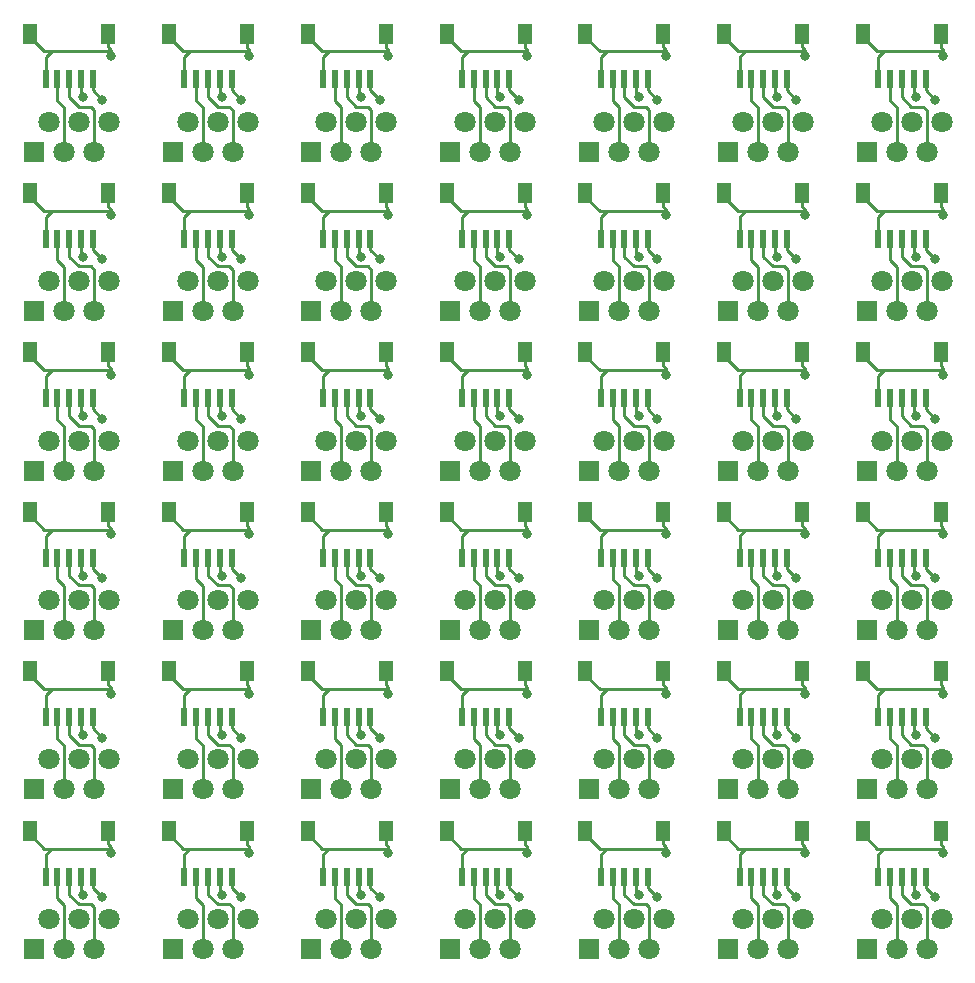
<source format=gbr>
G04 #@! TF.GenerationSoftware,KiCad,Pcbnew,5.1.0-060a0da~80~ubuntu18.04.1*
G04 #@! TF.CreationDate,2019-05-11T20:46:11+02:00*
G04 #@! TF.ProjectId,spi_connector_board,7370695f-636f-46e6-9e65-63746f725f62,rev?*
G04 #@! TF.SameCoordinates,Original*
G04 #@! TF.FileFunction,Copper,L1,Top*
G04 #@! TF.FilePolarity,Positive*
%FSLAX46Y46*%
G04 Gerber Fmt 4.6, Leading zero omitted, Abs format (unit mm)*
G04 Created by KiCad (PCBNEW 5.1.0-060a0da~80~ubuntu18.04.1) date 2019-05-11 20:46:11*
%MOMM*%
%LPD*%
G04 APERTURE LIST*
%ADD10C,1.800000*%
%ADD11R,1.800000X1.800000*%
%ADD12R,0.600000X1.550000*%
%ADD13R,1.200000X1.800000*%
%ADD14C,0.800000*%
%ADD15C,0.250000*%
G04 APERTURE END LIST*
D10*
X197850000Y-147960000D03*
X196580000Y-150500000D03*
D11*
X191500000Y-150500000D03*
D10*
X192770000Y-147960000D03*
X194040000Y-150500000D03*
X195310000Y-147960000D03*
X186100000Y-147960000D03*
X184830000Y-150500000D03*
D11*
X179750000Y-150500000D03*
D10*
X181020000Y-147960000D03*
X182290000Y-150500000D03*
X183560000Y-147960000D03*
X174350000Y-147960000D03*
X173080000Y-150500000D03*
D11*
X168000000Y-150500000D03*
D10*
X169270000Y-147960000D03*
X170540000Y-150500000D03*
X171810000Y-147960000D03*
X162600000Y-147960000D03*
X161330000Y-150500000D03*
D11*
X156250000Y-150500000D03*
D10*
X157520000Y-147960000D03*
X158790000Y-150500000D03*
X160060000Y-147960000D03*
X150850000Y-147960000D03*
X149580000Y-150500000D03*
D11*
X144500000Y-150500000D03*
D10*
X145770000Y-147960000D03*
X147040000Y-150500000D03*
X148310000Y-147960000D03*
X139100000Y-147960000D03*
X137830000Y-150500000D03*
D11*
X132750000Y-150500000D03*
D10*
X134020000Y-147960000D03*
X135290000Y-150500000D03*
X136560000Y-147960000D03*
X127350000Y-147960000D03*
X126080000Y-150500000D03*
D11*
X121000000Y-150500000D03*
D10*
X122270000Y-147960000D03*
X123540000Y-150500000D03*
X124810000Y-147960000D03*
X197850000Y-134460000D03*
X196580000Y-137000000D03*
D11*
X191500000Y-137000000D03*
D10*
X192770000Y-134460000D03*
X194040000Y-137000000D03*
X195310000Y-134460000D03*
X186100000Y-134460000D03*
X184830000Y-137000000D03*
D11*
X179750000Y-137000000D03*
D10*
X181020000Y-134460000D03*
X182290000Y-137000000D03*
X183560000Y-134460000D03*
X174350000Y-134460000D03*
X173080000Y-137000000D03*
D11*
X168000000Y-137000000D03*
D10*
X169270000Y-134460000D03*
X170540000Y-137000000D03*
X171810000Y-134460000D03*
X162600000Y-134460000D03*
X161330000Y-137000000D03*
D11*
X156250000Y-137000000D03*
D10*
X157520000Y-134460000D03*
X158790000Y-137000000D03*
X160060000Y-134460000D03*
X150850000Y-134460000D03*
X149580000Y-137000000D03*
D11*
X144500000Y-137000000D03*
D10*
X145770000Y-134460000D03*
X147040000Y-137000000D03*
X148310000Y-134460000D03*
X139100000Y-134460000D03*
X137830000Y-137000000D03*
D11*
X132750000Y-137000000D03*
D10*
X134020000Y-134460000D03*
X135290000Y-137000000D03*
X136560000Y-134460000D03*
X127350000Y-134460000D03*
X126080000Y-137000000D03*
D11*
X121000000Y-137000000D03*
D10*
X122270000Y-134460000D03*
X123540000Y-137000000D03*
X124810000Y-134460000D03*
X197850000Y-120960000D03*
X196580000Y-123500000D03*
D11*
X191500000Y-123500000D03*
D10*
X192770000Y-120960000D03*
X194040000Y-123500000D03*
X195310000Y-120960000D03*
X186100000Y-120960000D03*
X184830000Y-123500000D03*
D11*
X179750000Y-123500000D03*
D10*
X181020000Y-120960000D03*
X182290000Y-123500000D03*
X183560000Y-120960000D03*
X174350000Y-120960000D03*
X173080000Y-123500000D03*
D11*
X168000000Y-123500000D03*
D10*
X169270000Y-120960000D03*
X170540000Y-123500000D03*
X171810000Y-120960000D03*
X162600000Y-120960000D03*
X161330000Y-123500000D03*
D11*
X156250000Y-123500000D03*
D10*
X157520000Y-120960000D03*
X158790000Y-123500000D03*
X160060000Y-120960000D03*
X150850000Y-120960000D03*
X149580000Y-123500000D03*
D11*
X144500000Y-123500000D03*
D10*
X145770000Y-120960000D03*
X147040000Y-123500000D03*
X148310000Y-120960000D03*
X139100000Y-120960000D03*
X137830000Y-123500000D03*
D11*
X132750000Y-123500000D03*
D10*
X134020000Y-120960000D03*
X135290000Y-123500000D03*
X136560000Y-120960000D03*
X127350000Y-120960000D03*
X126080000Y-123500000D03*
D11*
X121000000Y-123500000D03*
D10*
X122270000Y-120960000D03*
X123540000Y-123500000D03*
X124810000Y-120960000D03*
X197850000Y-107460000D03*
X196580000Y-110000000D03*
D11*
X191500000Y-110000000D03*
D10*
X192770000Y-107460000D03*
X194040000Y-110000000D03*
X195310000Y-107460000D03*
X186100000Y-107460000D03*
X184830000Y-110000000D03*
D11*
X179750000Y-110000000D03*
D10*
X181020000Y-107460000D03*
X182290000Y-110000000D03*
X183560000Y-107460000D03*
X174350000Y-107460000D03*
X173080000Y-110000000D03*
D11*
X168000000Y-110000000D03*
D10*
X169270000Y-107460000D03*
X170540000Y-110000000D03*
X171810000Y-107460000D03*
X162600000Y-107460000D03*
X161330000Y-110000000D03*
D11*
X156250000Y-110000000D03*
D10*
X157520000Y-107460000D03*
X158790000Y-110000000D03*
X160060000Y-107460000D03*
X150850000Y-107460000D03*
X149580000Y-110000000D03*
D11*
X144500000Y-110000000D03*
D10*
X145770000Y-107460000D03*
X147040000Y-110000000D03*
X148310000Y-107460000D03*
X139100000Y-107460000D03*
X137830000Y-110000000D03*
D11*
X132750000Y-110000000D03*
D10*
X134020000Y-107460000D03*
X135290000Y-110000000D03*
X136560000Y-107460000D03*
X127350000Y-107460000D03*
X126080000Y-110000000D03*
D11*
X121000000Y-110000000D03*
D10*
X122270000Y-107460000D03*
X123540000Y-110000000D03*
X124810000Y-107460000D03*
X197850000Y-93960000D03*
X196580000Y-96500000D03*
D11*
X191500000Y-96500000D03*
D10*
X192770000Y-93960000D03*
X194040000Y-96500000D03*
X195310000Y-93960000D03*
X186100000Y-93960000D03*
X184830000Y-96500000D03*
D11*
X179750000Y-96500000D03*
D10*
X181020000Y-93960000D03*
X182290000Y-96500000D03*
X183560000Y-93960000D03*
X174350000Y-93960000D03*
X173080000Y-96500000D03*
D11*
X168000000Y-96500000D03*
D10*
X169270000Y-93960000D03*
X170540000Y-96500000D03*
X171810000Y-93960000D03*
X162600000Y-93960000D03*
X161330000Y-96500000D03*
D11*
X156250000Y-96500000D03*
D10*
X157520000Y-93960000D03*
X158790000Y-96500000D03*
X160060000Y-93960000D03*
X150850000Y-93960000D03*
X149580000Y-96500000D03*
D11*
X144500000Y-96500000D03*
D10*
X145770000Y-93960000D03*
X147040000Y-96500000D03*
X148310000Y-93960000D03*
X139100000Y-93960000D03*
X137830000Y-96500000D03*
D11*
X132750000Y-96500000D03*
D10*
X134020000Y-93960000D03*
X135290000Y-96500000D03*
X136560000Y-93960000D03*
X127350000Y-93960000D03*
X126080000Y-96500000D03*
D11*
X121000000Y-96500000D03*
D10*
X122270000Y-93960000D03*
X123540000Y-96500000D03*
X124810000Y-93960000D03*
X197850000Y-80460000D03*
X196580000Y-83000000D03*
D11*
X191500000Y-83000000D03*
D10*
X192770000Y-80460000D03*
X194040000Y-83000000D03*
X195310000Y-80460000D03*
X186100000Y-80460000D03*
X184830000Y-83000000D03*
D11*
X179750000Y-83000000D03*
D10*
X181020000Y-80460000D03*
X182290000Y-83000000D03*
X183560000Y-80460000D03*
X174350000Y-80460000D03*
X173080000Y-83000000D03*
D11*
X168000000Y-83000000D03*
D10*
X169270000Y-80460000D03*
X170540000Y-83000000D03*
X171810000Y-80460000D03*
X162600000Y-80460000D03*
X161330000Y-83000000D03*
D11*
X156250000Y-83000000D03*
D10*
X157520000Y-80460000D03*
X158790000Y-83000000D03*
X160060000Y-80460000D03*
X150850000Y-80460000D03*
X149580000Y-83000000D03*
D11*
X144500000Y-83000000D03*
D10*
X145770000Y-80460000D03*
X147040000Y-83000000D03*
X148310000Y-80460000D03*
X139100000Y-80460000D03*
X137830000Y-83000000D03*
D11*
X132750000Y-83000000D03*
D10*
X134020000Y-80460000D03*
X135290000Y-83000000D03*
X136560000Y-80460000D03*
D12*
X196500000Y-144375000D03*
D13*
X197800000Y-140500000D03*
X191200000Y-140500000D03*
D12*
X195500000Y-144375000D03*
X194500000Y-144375000D03*
X193500000Y-144375000D03*
X192500000Y-144375000D03*
X184750000Y-144375000D03*
D13*
X186050000Y-140500000D03*
X179450000Y-140500000D03*
D12*
X183750000Y-144375000D03*
X182750000Y-144375000D03*
X181750000Y-144375000D03*
X180750000Y-144375000D03*
X173000000Y-144375000D03*
D13*
X174300000Y-140500000D03*
X167700000Y-140500000D03*
D12*
X172000000Y-144375000D03*
X171000000Y-144375000D03*
X170000000Y-144375000D03*
X169000000Y-144375000D03*
X161250000Y-144375000D03*
D13*
X162550000Y-140500000D03*
X155950000Y-140500000D03*
D12*
X160250000Y-144375000D03*
X159250000Y-144375000D03*
X158250000Y-144375000D03*
X157250000Y-144375000D03*
X149500000Y-144375000D03*
D13*
X150800000Y-140500000D03*
X144200000Y-140500000D03*
D12*
X148500000Y-144375000D03*
X147500000Y-144375000D03*
X146500000Y-144375000D03*
X145500000Y-144375000D03*
X137750000Y-144375000D03*
D13*
X139050000Y-140500000D03*
X132450000Y-140500000D03*
D12*
X136750000Y-144375000D03*
X135750000Y-144375000D03*
X134750000Y-144375000D03*
X133750000Y-144375000D03*
X126000000Y-144375000D03*
D13*
X127300000Y-140500000D03*
X120700000Y-140500000D03*
D12*
X125000000Y-144375000D03*
X124000000Y-144375000D03*
X123000000Y-144375000D03*
X122000000Y-144375000D03*
X196500000Y-130875000D03*
D13*
X197800000Y-127000000D03*
X191200000Y-127000000D03*
D12*
X195500000Y-130875000D03*
X194500000Y-130875000D03*
X193500000Y-130875000D03*
X192500000Y-130875000D03*
X184750000Y-130875000D03*
D13*
X186050000Y-127000000D03*
X179450000Y-127000000D03*
D12*
X183750000Y-130875000D03*
X182750000Y-130875000D03*
X181750000Y-130875000D03*
X180750000Y-130875000D03*
X173000000Y-130875000D03*
D13*
X174300000Y-127000000D03*
X167700000Y-127000000D03*
D12*
X172000000Y-130875000D03*
X171000000Y-130875000D03*
X170000000Y-130875000D03*
X169000000Y-130875000D03*
X161250000Y-130875000D03*
D13*
X162550000Y-127000000D03*
X155950000Y-127000000D03*
D12*
X160250000Y-130875000D03*
X159250000Y-130875000D03*
X158250000Y-130875000D03*
X157250000Y-130875000D03*
X149500000Y-130875000D03*
D13*
X150800000Y-127000000D03*
X144200000Y-127000000D03*
D12*
X148500000Y-130875000D03*
X147500000Y-130875000D03*
X146500000Y-130875000D03*
X145500000Y-130875000D03*
X137750000Y-130875000D03*
D13*
X139050000Y-127000000D03*
X132450000Y-127000000D03*
D12*
X136750000Y-130875000D03*
X135750000Y-130875000D03*
X134750000Y-130875000D03*
X133750000Y-130875000D03*
X126000000Y-130875000D03*
D13*
X127300000Y-127000000D03*
X120700000Y-127000000D03*
D12*
X125000000Y-130875000D03*
X124000000Y-130875000D03*
X123000000Y-130875000D03*
X122000000Y-130875000D03*
X196500000Y-117375000D03*
D13*
X197800000Y-113500000D03*
X191200000Y-113500000D03*
D12*
X195500000Y-117375000D03*
X194500000Y-117375000D03*
X193500000Y-117375000D03*
X192500000Y-117375000D03*
X184750000Y-117375000D03*
D13*
X186050000Y-113500000D03*
X179450000Y-113500000D03*
D12*
X183750000Y-117375000D03*
X182750000Y-117375000D03*
X181750000Y-117375000D03*
X180750000Y-117375000D03*
X173000000Y-117375000D03*
D13*
X174300000Y-113500000D03*
X167700000Y-113500000D03*
D12*
X172000000Y-117375000D03*
X171000000Y-117375000D03*
X170000000Y-117375000D03*
X169000000Y-117375000D03*
X161250000Y-117375000D03*
D13*
X162550000Y-113500000D03*
X155950000Y-113500000D03*
D12*
X160250000Y-117375000D03*
X159250000Y-117375000D03*
X158250000Y-117375000D03*
X157250000Y-117375000D03*
X149500000Y-117375000D03*
D13*
X150800000Y-113500000D03*
X144200000Y-113500000D03*
D12*
X148500000Y-117375000D03*
X147500000Y-117375000D03*
X146500000Y-117375000D03*
X145500000Y-117375000D03*
X137750000Y-117375000D03*
D13*
X139050000Y-113500000D03*
X132450000Y-113500000D03*
D12*
X136750000Y-117375000D03*
X135750000Y-117375000D03*
X134750000Y-117375000D03*
X133750000Y-117375000D03*
X126000000Y-117375000D03*
D13*
X127300000Y-113500000D03*
X120700000Y-113500000D03*
D12*
X125000000Y-117375000D03*
X124000000Y-117375000D03*
X123000000Y-117375000D03*
X122000000Y-117375000D03*
X196500000Y-103875000D03*
D13*
X197800000Y-100000000D03*
X191200000Y-100000000D03*
D12*
X195500000Y-103875000D03*
X194500000Y-103875000D03*
X193500000Y-103875000D03*
X192500000Y-103875000D03*
X184750000Y-103875000D03*
D13*
X186050000Y-100000000D03*
X179450000Y-100000000D03*
D12*
X183750000Y-103875000D03*
X182750000Y-103875000D03*
X181750000Y-103875000D03*
X180750000Y-103875000D03*
X173000000Y-103875000D03*
D13*
X174300000Y-100000000D03*
X167700000Y-100000000D03*
D12*
X172000000Y-103875000D03*
X171000000Y-103875000D03*
X170000000Y-103875000D03*
X169000000Y-103875000D03*
X161250000Y-103875000D03*
D13*
X162550000Y-100000000D03*
X155950000Y-100000000D03*
D12*
X160250000Y-103875000D03*
X159250000Y-103875000D03*
X158250000Y-103875000D03*
X157250000Y-103875000D03*
X149500000Y-103875000D03*
D13*
X150800000Y-100000000D03*
X144200000Y-100000000D03*
D12*
X148500000Y-103875000D03*
X147500000Y-103875000D03*
X146500000Y-103875000D03*
X145500000Y-103875000D03*
X137750000Y-103875000D03*
D13*
X139050000Y-100000000D03*
X132450000Y-100000000D03*
D12*
X136750000Y-103875000D03*
X135750000Y-103875000D03*
X134750000Y-103875000D03*
X133750000Y-103875000D03*
X126000000Y-103875000D03*
D13*
X127300000Y-100000000D03*
X120700000Y-100000000D03*
D12*
X125000000Y-103875000D03*
X124000000Y-103875000D03*
X123000000Y-103875000D03*
X122000000Y-103875000D03*
X196500000Y-90375000D03*
D13*
X197800000Y-86500000D03*
X191200000Y-86500000D03*
D12*
X195500000Y-90375000D03*
X194500000Y-90375000D03*
X193500000Y-90375000D03*
X192500000Y-90375000D03*
X184750000Y-90375000D03*
D13*
X186050000Y-86500000D03*
X179450000Y-86500000D03*
D12*
X183750000Y-90375000D03*
X182750000Y-90375000D03*
X181750000Y-90375000D03*
X180750000Y-90375000D03*
X173000000Y-90375000D03*
D13*
X174300000Y-86500000D03*
X167700000Y-86500000D03*
D12*
X172000000Y-90375000D03*
X171000000Y-90375000D03*
X170000000Y-90375000D03*
X169000000Y-90375000D03*
X161250000Y-90375000D03*
D13*
X162550000Y-86500000D03*
X155950000Y-86500000D03*
D12*
X160250000Y-90375000D03*
X159250000Y-90375000D03*
X158250000Y-90375000D03*
X157250000Y-90375000D03*
X149500000Y-90375000D03*
D13*
X150800000Y-86500000D03*
X144200000Y-86500000D03*
D12*
X148500000Y-90375000D03*
X147500000Y-90375000D03*
X146500000Y-90375000D03*
X145500000Y-90375000D03*
X137750000Y-90375000D03*
D13*
X139050000Y-86500000D03*
X132450000Y-86500000D03*
D12*
X136750000Y-90375000D03*
X135750000Y-90375000D03*
X134750000Y-90375000D03*
X133750000Y-90375000D03*
X126000000Y-90375000D03*
D13*
X127300000Y-86500000D03*
X120700000Y-86500000D03*
D12*
X125000000Y-90375000D03*
X124000000Y-90375000D03*
X123000000Y-90375000D03*
X122000000Y-90375000D03*
X196500000Y-76875000D03*
D13*
X197800000Y-73000000D03*
X191200000Y-73000000D03*
D12*
X195500000Y-76875000D03*
X194500000Y-76875000D03*
X193500000Y-76875000D03*
X192500000Y-76875000D03*
X184750000Y-76875000D03*
D13*
X186050000Y-73000000D03*
X179450000Y-73000000D03*
D12*
X183750000Y-76875000D03*
X182750000Y-76875000D03*
X181750000Y-76875000D03*
X180750000Y-76875000D03*
X173000000Y-76875000D03*
D13*
X174300000Y-73000000D03*
X167700000Y-73000000D03*
D12*
X172000000Y-76875000D03*
X171000000Y-76875000D03*
X170000000Y-76875000D03*
X169000000Y-76875000D03*
X161250000Y-76875000D03*
D13*
X162550000Y-73000000D03*
X155950000Y-73000000D03*
D12*
X160250000Y-76875000D03*
X159250000Y-76875000D03*
X158250000Y-76875000D03*
X157250000Y-76875000D03*
X149500000Y-76875000D03*
D13*
X150800000Y-73000000D03*
X144200000Y-73000000D03*
D12*
X148500000Y-76875000D03*
X147500000Y-76875000D03*
X146500000Y-76875000D03*
X145500000Y-76875000D03*
X137750000Y-76875000D03*
D13*
X139050000Y-73000000D03*
X132450000Y-73000000D03*
D12*
X136750000Y-76875000D03*
X135750000Y-76875000D03*
X134750000Y-76875000D03*
X133750000Y-76875000D03*
X122000000Y-76875000D03*
X123000000Y-76875000D03*
X124000000Y-76875000D03*
X125000000Y-76875000D03*
D13*
X120700000Y-73000000D03*
X127300000Y-73000000D03*
D12*
X126000000Y-76875000D03*
D10*
X124810000Y-80460000D03*
X123540000Y-83000000D03*
X122270000Y-80460000D03*
D11*
X121000000Y-83000000D03*
D10*
X126080000Y-83000000D03*
X127350000Y-80460000D03*
D14*
X125200000Y-78400000D03*
X126800000Y-78600000D03*
X127500000Y-74900000D03*
X139250000Y-74900000D03*
X151000000Y-74900000D03*
X162750000Y-74900000D03*
X174500000Y-74900000D03*
X186250000Y-74900000D03*
X198000000Y-74900000D03*
X127500000Y-88400000D03*
X139250000Y-88400000D03*
X151000000Y-88400000D03*
X162750000Y-88400000D03*
X174500000Y-88400000D03*
X186250000Y-88400000D03*
X198000000Y-88400000D03*
X127500000Y-101900000D03*
X139250000Y-101900000D03*
X151000000Y-101900000D03*
X162750000Y-101900000D03*
X174500000Y-101900000D03*
X186250000Y-101900000D03*
X198000000Y-101900000D03*
X127500000Y-115400000D03*
X139250000Y-115400000D03*
X151000000Y-115400000D03*
X162750000Y-115400000D03*
X174500000Y-115400000D03*
X186250000Y-115400000D03*
X198000000Y-115400000D03*
X127500000Y-128900000D03*
X139250000Y-128900000D03*
X151000000Y-128900000D03*
X162750000Y-128900000D03*
X174500000Y-128900000D03*
X186250000Y-128900000D03*
X198000000Y-128900000D03*
X127500000Y-142400000D03*
X139250000Y-142400000D03*
X151000000Y-142400000D03*
X162750000Y-142400000D03*
X174500000Y-142400000D03*
X186250000Y-142400000D03*
X198000000Y-142400000D03*
X138550000Y-78600000D03*
X150300000Y-78600000D03*
X162050000Y-78600000D03*
X173800000Y-78600000D03*
X185550000Y-78600000D03*
X197300000Y-78600000D03*
X126800000Y-92100000D03*
X138550000Y-92100000D03*
X150300000Y-92100000D03*
X162050000Y-92100000D03*
X173800000Y-92100000D03*
X185550000Y-92100000D03*
X197300000Y-92100000D03*
X126800000Y-105600000D03*
X138550000Y-105600000D03*
X150300000Y-105600000D03*
X162050000Y-105600000D03*
X173800000Y-105600000D03*
X185550000Y-105600000D03*
X197300000Y-105600000D03*
X126800000Y-119100000D03*
X138550000Y-119100000D03*
X150300000Y-119100000D03*
X162050000Y-119100000D03*
X173800000Y-119100000D03*
X185550000Y-119100000D03*
X197300000Y-119100000D03*
X126800000Y-132600000D03*
X138550000Y-132600000D03*
X150300000Y-132600000D03*
X162050000Y-132600000D03*
X173800000Y-132600000D03*
X185550000Y-132600000D03*
X197300000Y-132600000D03*
X126800000Y-146100000D03*
X138550000Y-146100000D03*
X150300000Y-146100000D03*
X162050000Y-146100000D03*
X173800000Y-146100000D03*
X185550000Y-146100000D03*
X197300000Y-146100000D03*
X136950000Y-78400000D03*
X148700000Y-78400000D03*
X160450000Y-78400000D03*
X172200000Y-78400000D03*
X183950000Y-78400000D03*
X195700000Y-78400000D03*
X125200000Y-91900000D03*
X136950000Y-91900000D03*
X148700000Y-91900000D03*
X160450000Y-91900000D03*
X172200000Y-91900000D03*
X183950000Y-91900000D03*
X195700000Y-91900000D03*
X125200000Y-105400000D03*
X136950000Y-105400000D03*
X148700000Y-105400000D03*
X160450000Y-105400000D03*
X172200000Y-105400000D03*
X183950000Y-105400000D03*
X195700000Y-105400000D03*
X125200000Y-118900000D03*
X136950000Y-118900000D03*
X148700000Y-118900000D03*
X160450000Y-118900000D03*
X172200000Y-118900000D03*
X183950000Y-118900000D03*
X195700000Y-118900000D03*
X125200000Y-132400000D03*
X136950000Y-132400000D03*
X148700000Y-132400000D03*
X160450000Y-132400000D03*
X172200000Y-132400000D03*
X183950000Y-132400000D03*
X195700000Y-132400000D03*
X125200000Y-145900000D03*
X136950000Y-145900000D03*
X148700000Y-145900000D03*
X160450000Y-145900000D03*
X172200000Y-145900000D03*
X183950000Y-145900000D03*
X195700000Y-145900000D03*
D15*
X122000000Y-76875000D02*
X122000000Y-75000000D01*
X122000000Y-75000000D02*
X122500000Y-74500000D01*
X127500000Y-74350000D02*
X127500000Y-74500000D01*
X127300000Y-73000000D02*
X127300000Y-74150000D01*
X127300000Y-74150000D02*
X127500000Y-74350000D01*
X122500000Y-74500000D02*
X127500000Y-74500000D01*
X121900000Y-74500000D02*
X120700000Y-73300000D01*
X120700000Y-73300000D02*
X120700000Y-73000000D01*
X122500000Y-74500000D02*
X121900000Y-74500000D01*
X125000000Y-76875000D02*
X125000000Y-78110000D01*
X125000000Y-78200000D02*
X125200000Y-78400000D01*
X125000000Y-78110000D02*
X125000000Y-78200000D01*
X126000000Y-77800000D02*
X126800000Y-78600000D01*
X126000000Y-76875000D02*
X126000000Y-77800000D01*
X123000000Y-76875000D02*
X123000000Y-78700000D01*
X123540000Y-79240000D02*
X123540000Y-83000000D01*
X123000000Y-78700000D02*
X123540000Y-79240000D01*
X126080000Y-79480000D02*
X126080000Y-83000000D01*
X124000000Y-76875000D02*
X124000000Y-78400000D01*
X124000000Y-78400000D02*
X124800000Y-79200000D01*
X124800000Y-79200000D02*
X125800000Y-79200000D01*
X125800000Y-79200000D02*
X126080000Y-79480000D01*
X127500000Y-74900000D02*
X127500000Y-74350000D01*
X135750000Y-78400000D02*
X136550000Y-79200000D01*
X147500000Y-78400000D02*
X148300000Y-79200000D01*
X159250000Y-78400000D02*
X160050000Y-79200000D01*
X171000000Y-78400000D02*
X171800000Y-79200000D01*
X182750000Y-78400000D02*
X183550000Y-79200000D01*
X194500000Y-78400000D02*
X195300000Y-79200000D01*
X124000000Y-91900000D02*
X124800000Y-92700000D01*
X135750000Y-91900000D02*
X136550000Y-92700000D01*
X147500000Y-91900000D02*
X148300000Y-92700000D01*
X159250000Y-91900000D02*
X160050000Y-92700000D01*
X171000000Y-91900000D02*
X171800000Y-92700000D01*
X182750000Y-91900000D02*
X183550000Y-92700000D01*
X194500000Y-91900000D02*
X195300000Y-92700000D01*
X124000000Y-105400000D02*
X124800000Y-106200000D01*
X135750000Y-105400000D02*
X136550000Y-106200000D01*
X147500000Y-105400000D02*
X148300000Y-106200000D01*
X159250000Y-105400000D02*
X160050000Y-106200000D01*
X171000000Y-105400000D02*
X171800000Y-106200000D01*
X182750000Y-105400000D02*
X183550000Y-106200000D01*
X194500000Y-105400000D02*
X195300000Y-106200000D01*
X124000000Y-118900000D02*
X124800000Y-119700000D01*
X135750000Y-118900000D02*
X136550000Y-119700000D01*
X147500000Y-118900000D02*
X148300000Y-119700000D01*
X159250000Y-118900000D02*
X160050000Y-119700000D01*
X171000000Y-118900000D02*
X171800000Y-119700000D01*
X182750000Y-118900000D02*
X183550000Y-119700000D01*
X194500000Y-118900000D02*
X195300000Y-119700000D01*
X124000000Y-132400000D02*
X124800000Y-133200000D01*
X135750000Y-132400000D02*
X136550000Y-133200000D01*
X147500000Y-132400000D02*
X148300000Y-133200000D01*
X159250000Y-132400000D02*
X160050000Y-133200000D01*
X171000000Y-132400000D02*
X171800000Y-133200000D01*
X182750000Y-132400000D02*
X183550000Y-133200000D01*
X194500000Y-132400000D02*
X195300000Y-133200000D01*
X124000000Y-145900000D02*
X124800000Y-146700000D01*
X135750000Y-145900000D02*
X136550000Y-146700000D01*
X147500000Y-145900000D02*
X148300000Y-146700000D01*
X159250000Y-145900000D02*
X160050000Y-146700000D01*
X171000000Y-145900000D02*
X171800000Y-146700000D01*
X182750000Y-145900000D02*
X183550000Y-146700000D01*
X194500000Y-145900000D02*
X195300000Y-146700000D01*
X136550000Y-79200000D02*
X137550000Y-79200000D01*
X148300000Y-79200000D02*
X149300000Y-79200000D01*
X160050000Y-79200000D02*
X161050000Y-79200000D01*
X171800000Y-79200000D02*
X172800000Y-79200000D01*
X183550000Y-79200000D02*
X184550000Y-79200000D01*
X195300000Y-79200000D02*
X196300000Y-79200000D01*
X124800000Y-92700000D02*
X125800000Y-92700000D01*
X136550000Y-92700000D02*
X137550000Y-92700000D01*
X148300000Y-92700000D02*
X149300000Y-92700000D01*
X160050000Y-92700000D02*
X161050000Y-92700000D01*
X171800000Y-92700000D02*
X172800000Y-92700000D01*
X183550000Y-92700000D02*
X184550000Y-92700000D01*
X195300000Y-92700000D02*
X196300000Y-92700000D01*
X124800000Y-106200000D02*
X125800000Y-106200000D01*
X136550000Y-106200000D02*
X137550000Y-106200000D01*
X148300000Y-106200000D02*
X149300000Y-106200000D01*
X160050000Y-106200000D02*
X161050000Y-106200000D01*
X171800000Y-106200000D02*
X172800000Y-106200000D01*
X183550000Y-106200000D02*
X184550000Y-106200000D01*
X195300000Y-106200000D02*
X196300000Y-106200000D01*
X124800000Y-119700000D02*
X125800000Y-119700000D01*
X136550000Y-119700000D02*
X137550000Y-119700000D01*
X148300000Y-119700000D02*
X149300000Y-119700000D01*
X160050000Y-119700000D02*
X161050000Y-119700000D01*
X171800000Y-119700000D02*
X172800000Y-119700000D01*
X183550000Y-119700000D02*
X184550000Y-119700000D01*
X195300000Y-119700000D02*
X196300000Y-119700000D01*
X124800000Y-133200000D02*
X125800000Y-133200000D01*
X136550000Y-133200000D02*
X137550000Y-133200000D01*
X148300000Y-133200000D02*
X149300000Y-133200000D01*
X160050000Y-133200000D02*
X161050000Y-133200000D01*
X171800000Y-133200000D02*
X172800000Y-133200000D01*
X183550000Y-133200000D02*
X184550000Y-133200000D01*
X195300000Y-133200000D02*
X196300000Y-133200000D01*
X124800000Y-146700000D02*
X125800000Y-146700000D01*
X136550000Y-146700000D02*
X137550000Y-146700000D01*
X148300000Y-146700000D02*
X149300000Y-146700000D01*
X160050000Y-146700000D02*
X161050000Y-146700000D01*
X171800000Y-146700000D02*
X172800000Y-146700000D01*
X183550000Y-146700000D02*
X184550000Y-146700000D01*
X195300000Y-146700000D02*
X196300000Y-146700000D01*
X137750000Y-77800000D02*
X138550000Y-78600000D01*
X149500000Y-77800000D02*
X150300000Y-78600000D01*
X161250000Y-77800000D02*
X162050000Y-78600000D01*
X173000000Y-77800000D02*
X173800000Y-78600000D01*
X184750000Y-77800000D02*
X185550000Y-78600000D01*
X196500000Y-77800000D02*
X197300000Y-78600000D01*
X126000000Y-91300000D02*
X126800000Y-92100000D01*
X137750000Y-91300000D02*
X138550000Y-92100000D01*
X149500000Y-91300000D02*
X150300000Y-92100000D01*
X161250000Y-91300000D02*
X162050000Y-92100000D01*
X173000000Y-91300000D02*
X173800000Y-92100000D01*
X184750000Y-91300000D02*
X185550000Y-92100000D01*
X196500000Y-91300000D02*
X197300000Y-92100000D01*
X126000000Y-104800000D02*
X126800000Y-105600000D01*
X137750000Y-104800000D02*
X138550000Y-105600000D01*
X149500000Y-104800000D02*
X150300000Y-105600000D01*
X161250000Y-104800000D02*
X162050000Y-105600000D01*
X173000000Y-104800000D02*
X173800000Y-105600000D01*
X184750000Y-104800000D02*
X185550000Y-105600000D01*
X196500000Y-104800000D02*
X197300000Y-105600000D01*
X126000000Y-118300000D02*
X126800000Y-119100000D01*
X137750000Y-118300000D02*
X138550000Y-119100000D01*
X149500000Y-118300000D02*
X150300000Y-119100000D01*
X161250000Y-118300000D02*
X162050000Y-119100000D01*
X173000000Y-118300000D02*
X173800000Y-119100000D01*
X184750000Y-118300000D02*
X185550000Y-119100000D01*
X196500000Y-118300000D02*
X197300000Y-119100000D01*
X126000000Y-131800000D02*
X126800000Y-132600000D01*
X137750000Y-131800000D02*
X138550000Y-132600000D01*
X149500000Y-131800000D02*
X150300000Y-132600000D01*
X161250000Y-131800000D02*
X162050000Y-132600000D01*
X173000000Y-131800000D02*
X173800000Y-132600000D01*
X184750000Y-131800000D02*
X185550000Y-132600000D01*
X196500000Y-131800000D02*
X197300000Y-132600000D01*
X126000000Y-145300000D02*
X126800000Y-146100000D01*
X137750000Y-145300000D02*
X138550000Y-146100000D01*
X149500000Y-145300000D02*
X150300000Y-146100000D01*
X161250000Y-145300000D02*
X162050000Y-146100000D01*
X173000000Y-145300000D02*
X173800000Y-146100000D01*
X184750000Y-145300000D02*
X185550000Y-146100000D01*
X196500000Y-145300000D02*
X197300000Y-146100000D01*
X137750000Y-76875000D02*
X137750000Y-77800000D01*
X149500000Y-76875000D02*
X149500000Y-77800000D01*
X161250000Y-76875000D02*
X161250000Y-77800000D01*
X173000000Y-76875000D02*
X173000000Y-77800000D01*
X184750000Y-76875000D02*
X184750000Y-77800000D01*
X196500000Y-76875000D02*
X196500000Y-77800000D01*
X126000000Y-90375000D02*
X126000000Y-91300000D01*
X137750000Y-90375000D02*
X137750000Y-91300000D01*
X149500000Y-90375000D02*
X149500000Y-91300000D01*
X161250000Y-90375000D02*
X161250000Y-91300000D01*
X173000000Y-90375000D02*
X173000000Y-91300000D01*
X184750000Y-90375000D02*
X184750000Y-91300000D01*
X196500000Y-90375000D02*
X196500000Y-91300000D01*
X126000000Y-103875000D02*
X126000000Y-104800000D01*
X137750000Y-103875000D02*
X137750000Y-104800000D01*
X149500000Y-103875000D02*
X149500000Y-104800000D01*
X161250000Y-103875000D02*
X161250000Y-104800000D01*
X173000000Y-103875000D02*
X173000000Y-104800000D01*
X184750000Y-103875000D02*
X184750000Y-104800000D01*
X196500000Y-103875000D02*
X196500000Y-104800000D01*
X126000000Y-117375000D02*
X126000000Y-118300000D01*
X137750000Y-117375000D02*
X137750000Y-118300000D01*
X149500000Y-117375000D02*
X149500000Y-118300000D01*
X161250000Y-117375000D02*
X161250000Y-118300000D01*
X173000000Y-117375000D02*
X173000000Y-118300000D01*
X184750000Y-117375000D02*
X184750000Y-118300000D01*
X196500000Y-117375000D02*
X196500000Y-118300000D01*
X126000000Y-130875000D02*
X126000000Y-131800000D01*
X137750000Y-130875000D02*
X137750000Y-131800000D01*
X149500000Y-130875000D02*
X149500000Y-131800000D01*
X161250000Y-130875000D02*
X161250000Y-131800000D01*
X173000000Y-130875000D02*
X173000000Y-131800000D01*
X184750000Y-130875000D02*
X184750000Y-131800000D01*
X196500000Y-130875000D02*
X196500000Y-131800000D01*
X126000000Y-144375000D02*
X126000000Y-145300000D01*
X137750000Y-144375000D02*
X137750000Y-145300000D01*
X149500000Y-144375000D02*
X149500000Y-145300000D01*
X161250000Y-144375000D02*
X161250000Y-145300000D01*
X173000000Y-144375000D02*
X173000000Y-145300000D01*
X184750000Y-144375000D02*
X184750000Y-145300000D01*
X196500000Y-144375000D02*
X196500000Y-145300000D01*
X133750000Y-75000000D02*
X134250000Y-74500000D01*
X145500000Y-75000000D02*
X146000000Y-74500000D01*
X157250000Y-75000000D02*
X157750000Y-74500000D01*
X169000000Y-75000000D02*
X169500000Y-74500000D01*
X180750000Y-75000000D02*
X181250000Y-74500000D01*
X192500000Y-75000000D02*
X193000000Y-74500000D01*
X122000000Y-88500000D02*
X122500000Y-88000000D01*
X133750000Y-88500000D02*
X134250000Y-88000000D01*
X145500000Y-88500000D02*
X146000000Y-88000000D01*
X157250000Y-88500000D02*
X157750000Y-88000000D01*
X169000000Y-88500000D02*
X169500000Y-88000000D01*
X180750000Y-88500000D02*
X181250000Y-88000000D01*
X192500000Y-88500000D02*
X193000000Y-88000000D01*
X122000000Y-102000000D02*
X122500000Y-101500000D01*
X133750000Y-102000000D02*
X134250000Y-101500000D01*
X145500000Y-102000000D02*
X146000000Y-101500000D01*
X157250000Y-102000000D02*
X157750000Y-101500000D01*
X169000000Y-102000000D02*
X169500000Y-101500000D01*
X180750000Y-102000000D02*
X181250000Y-101500000D01*
X192500000Y-102000000D02*
X193000000Y-101500000D01*
X122000000Y-115500000D02*
X122500000Y-115000000D01*
X133750000Y-115500000D02*
X134250000Y-115000000D01*
X145500000Y-115500000D02*
X146000000Y-115000000D01*
X157250000Y-115500000D02*
X157750000Y-115000000D01*
X169000000Y-115500000D02*
X169500000Y-115000000D01*
X180750000Y-115500000D02*
X181250000Y-115000000D01*
X192500000Y-115500000D02*
X193000000Y-115000000D01*
X122000000Y-129000000D02*
X122500000Y-128500000D01*
X133750000Y-129000000D02*
X134250000Y-128500000D01*
X145500000Y-129000000D02*
X146000000Y-128500000D01*
X157250000Y-129000000D02*
X157750000Y-128500000D01*
X169000000Y-129000000D02*
X169500000Y-128500000D01*
X180750000Y-129000000D02*
X181250000Y-128500000D01*
X192500000Y-129000000D02*
X193000000Y-128500000D01*
X122000000Y-142500000D02*
X122500000Y-142000000D01*
X133750000Y-142500000D02*
X134250000Y-142000000D01*
X145500000Y-142500000D02*
X146000000Y-142000000D01*
X157250000Y-142500000D02*
X157750000Y-142000000D01*
X169000000Y-142500000D02*
X169500000Y-142000000D01*
X180750000Y-142500000D02*
X181250000Y-142000000D01*
X192500000Y-142500000D02*
X193000000Y-142000000D01*
X139250000Y-74900000D02*
X139250000Y-74350000D01*
X151000000Y-74900000D02*
X151000000Y-74350000D01*
X162750000Y-74900000D02*
X162750000Y-74350000D01*
X174500000Y-74900000D02*
X174500000Y-74350000D01*
X186250000Y-74900000D02*
X186250000Y-74350000D01*
X198000000Y-74900000D02*
X198000000Y-74350000D01*
X127500000Y-88400000D02*
X127500000Y-87850000D01*
X139250000Y-88400000D02*
X139250000Y-87850000D01*
X151000000Y-88400000D02*
X151000000Y-87850000D01*
X162750000Y-88400000D02*
X162750000Y-87850000D01*
X174500000Y-88400000D02*
X174500000Y-87850000D01*
X186250000Y-88400000D02*
X186250000Y-87850000D01*
X198000000Y-88400000D02*
X198000000Y-87850000D01*
X127500000Y-101900000D02*
X127500000Y-101350000D01*
X139250000Y-101900000D02*
X139250000Y-101350000D01*
X151000000Y-101900000D02*
X151000000Y-101350000D01*
X162750000Y-101900000D02*
X162750000Y-101350000D01*
X174500000Y-101900000D02*
X174500000Y-101350000D01*
X186250000Y-101900000D02*
X186250000Y-101350000D01*
X198000000Y-101900000D02*
X198000000Y-101350000D01*
X127500000Y-115400000D02*
X127500000Y-114850000D01*
X139250000Y-115400000D02*
X139250000Y-114850000D01*
X151000000Y-115400000D02*
X151000000Y-114850000D01*
X162750000Y-115400000D02*
X162750000Y-114850000D01*
X174500000Y-115400000D02*
X174500000Y-114850000D01*
X186250000Y-115400000D02*
X186250000Y-114850000D01*
X198000000Y-115400000D02*
X198000000Y-114850000D01*
X127500000Y-128900000D02*
X127500000Y-128350000D01*
X139250000Y-128900000D02*
X139250000Y-128350000D01*
X151000000Y-128900000D02*
X151000000Y-128350000D01*
X162750000Y-128900000D02*
X162750000Y-128350000D01*
X174500000Y-128900000D02*
X174500000Y-128350000D01*
X186250000Y-128900000D02*
X186250000Y-128350000D01*
X198000000Y-128900000D02*
X198000000Y-128350000D01*
X127500000Y-142400000D02*
X127500000Y-141850000D01*
X139250000Y-142400000D02*
X139250000Y-141850000D01*
X151000000Y-142400000D02*
X151000000Y-141850000D01*
X162750000Y-142400000D02*
X162750000Y-141850000D01*
X174500000Y-142400000D02*
X174500000Y-141850000D01*
X186250000Y-142400000D02*
X186250000Y-141850000D01*
X198000000Y-142400000D02*
X198000000Y-141850000D01*
X133750000Y-76875000D02*
X133750000Y-75000000D01*
X145500000Y-76875000D02*
X145500000Y-75000000D01*
X157250000Y-76875000D02*
X157250000Y-75000000D01*
X169000000Y-76875000D02*
X169000000Y-75000000D01*
X180750000Y-76875000D02*
X180750000Y-75000000D01*
X192500000Y-76875000D02*
X192500000Y-75000000D01*
X122000000Y-90375000D02*
X122000000Y-88500000D01*
X133750000Y-90375000D02*
X133750000Y-88500000D01*
X145500000Y-90375000D02*
X145500000Y-88500000D01*
X157250000Y-90375000D02*
X157250000Y-88500000D01*
X169000000Y-90375000D02*
X169000000Y-88500000D01*
X180750000Y-90375000D02*
X180750000Y-88500000D01*
X192500000Y-90375000D02*
X192500000Y-88500000D01*
X122000000Y-103875000D02*
X122000000Y-102000000D01*
X133750000Y-103875000D02*
X133750000Y-102000000D01*
X145500000Y-103875000D02*
X145500000Y-102000000D01*
X157250000Y-103875000D02*
X157250000Y-102000000D01*
X169000000Y-103875000D02*
X169000000Y-102000000D01*
X180750000Y-103875000D02*
X180750000Y-102000000D01*
X192500000Y-103875000D02*
X192500000Y-102000000D01*
X122000000Y-117375000D02*
X122000000Y-115500000D01*
X133750000Y-117375000D02*
X133750000Y-115500000D01*
X145500000Y-117375000D02*
X145500000Y-115500000D01*
X157250000Y-117375000D02*
X157250000Y-115500000D01*
X169000000Y-117375000D02*
X169000000Y-115500000D01*
X180750000Y-117375000D02*
X180750000Y-115500000D01*
X192500000Y-117375000D02*
X192500000Y-115500000D01*
X122000000Y-130875000D02*
X122000000Y-129000000D01*
X133750000Y-130875000D02*
X133750000Y-129000000D01*
X145500000Y-130875000D02*
X145500000Y-129000000D01*
X157250000Y-130875000D02*
X157250000Y-129000000D01*
X169000000Y-130875000D02*
X169000000Y-129000000D01*
X180750000Y-130875000D02*
X180750000Y-129000000D01*
X192500000Y-130875000D02*
X192500000Y-129000000D01*
X122000000Y-144375000D02*
X122000000Y-142500000D01*
X133750000Y-144375000D02*
X133750000Y-142500000D01*
X145500000Y-144375000D02*
X145500000Y-142500000D01*
X157250000Y-144375000D02*
X157250000Y-142500000D01*
X169000000Y-144375000D02*
X169000000Y-142500000D01*
X180750000Y-144375000D02*
X180750000Y-142500000D01*
X192500000Y-144375000D02*
X192500000Y-142500000D01*
X134250000Y-74500000D02*
X133650000Y-74500000D01*
X146000000Y-74500000D02*
X145400000Y-74500000D01*
X157750000Y-74500000D02*
X157150000Y-74500000D01*
X169500000Y-74500000D02*
X168900000Y-74500000D01*
X181250000Y-74500000D02*
X180650000Y-74500000D01*
X193000000Y-74500000D02*
X192400000Y-74500000D01*
X122500000Y-88000000D02*
X121900000Y-88000000D01*
X134250000Y-88000000D02*
X133650000Y-88000000D01*
X146000000Y-88000000D02*
X145400000Y-88000000D01*
X157750000Y-88000000D02*
X157150000Y-88000000D01*
X169500000Y-88000000D02*
X168900000Y-88000000D01*
X181250000Y-88000000D02*
X180650000Y-88000000D01*
X193000000Y-88000000D02*
X192400000Y-88000000D01*
X122500000Y-101500000D02*
X121900000Y-101500000D01*
X134250000Y-101500000D02*
X133650000Y-101500000D01*
X146000000Y-101500000D02*
X145400000Y-101500000D01*
X157750000Y-101500000D02*
X157150000Y-101500000D01*
X169500000Y-101500000D02*
X168900000Y-101500000D01*
X181250000Y-101500000D02*
X180650000Y-101500000D01*
X193000000Y-101500000D02*
X192400000Y-101500000D01*
X122500000Y-115000000D02*
X121900000Y-115000000D01*
X134250000Y-115000000D02*
X133650000Y-115000000D01*
X146000000Y-115000000D02*
X145400000Y-115000000D01*
X157750000Y-115000000D02*
X157150000Y-115000000D01*
X169500000Y-115000000D02*
X168900000Y-115000000D01*
X181250000Y-115000000D02*
X180650000Y-115000000D01*
X193000000Y-115000000D02*
X192400000Y-115000000D01*
X122500000Y-128500000D02*
X121900000Y-128500000D01*
X134250000Y-128500000D02*
X133650000Y-128500000D01*
X146000000Y-128500000D02*
X145400000Y-128500000D01*
X157750000Y-128500000D02*
X157150000Y-128500000D01*
X169500000Y-128500000D02*
X168900000Y-128500000D01*
X181250000Y-128500000D02*
X180650000Y-128500000D01*
X193000000Y-128500000D02*
X192400000Y-128500000D01*
X122500000Y-142000000D02*
X121900000Y-142000000D01*
X134250000Y-142000000D02*
X133650000Y-142000000D01*
X146000000Y-142000000D02*
X145400000Y-142000000D01*
X157750000Y-142000000D02*
X157150000Y-142000000D01*
X169500000Y-142000000D02*
X168900000Y-142000000D01*
X181250000Y-142000000D02*
X180650000Y-142000000D01*
X193000000Y-142000000D02*
X192400000Y-142000000D01*
X136750000Y-76875000D02*
X136750000Y-78110000D01*
X148500000Y-76875000D02*
X148500000Y-78110000D01*
X160250000Y-76875000D02*
X160250000Y-78110000D01*
X172000000Y-76875000D02*
X172000000Y-78110000D01*
X183750000Y-76875000D02*
X183750000Y-78110000D01*
X195500000Y-76875000D02*
X195500000Y-78110000D01*
X125000000Y-90375000D02*
X125000000Y-91610000D01*
X136750000Y-90375000D02*
X136750000Y-91610000D01*
X148500000Y-90375000D02*
X148500000Y-91610000D01*
X160250000Y-90375000D02*
X160250000Y-91610000D01*
X172000000Y-90375000D02*
X172000000Y-91610000D01*
X183750000Y-90375000D02*
X183750000Y-91610000D01*
X195500000Y-90375000D02*
X195500000Y-91610000D01*
X125000000Y-103875000D02*
X125000000Y-105110000D01*
X136750000Y-103875000D02*
X136750000Y-105110000D01*
X148500000Y-103875000D02*
X148500000Y-105110000D01*
X160250000Y-103875000D02*
X160250000Y-105110000D01*
X172000000Y-103875000D02*
X172000000Y-105110000D01*
X183750000Y-103875000D02*
X183750000Y-105110000D01*
X195500000Y-103875000D02*
X195500000Y-105110000D01*
X125000000Y-117375000D02*
X125000000Y-118610000D01*
X136750000Y-117375000D02*
X136750000Y-118610000D01*
X148500000Y-117375000D02*
X148500000Y-118610000D01*
X160250000Y-117375000D02*
X160250000Y-118610000D01*
X172000000Y-117375000D02*
X172000000Y-118610000D01*
X183750000Y-117375000D02*
X183750000Y-118610000D01*
X195500000Y-117375000D02*
X195500000Y-118610000D01*
X125000000Y-130875000D02*
X125000000Y-132110000D01*
X136750000Y-130875000D02*
X136750000Y-132110000D01*
X148500000Y-130875000D02*
X148500000Y-132110000D01*
X160250000Y-130875000D02*
X160250000Y-132110000D01*
X172000000Y-130875000D02*
X172000000Y-132110000D01*
X183750000Y-130875000D02*
X183750000Y-132110000D01*
X195500000Y-130875000D02*
X195500000Y-132110000D01*
X125000000Y-144375000D02*
X125000000Y-145610000D01*
X136750000Y-144375000D02*
X136750000Y-145610000D01*
X148500000Y-144375000D02*
X148500000Y-145610000D01*
X160250000Y-144375000D02*
X160250000Y-145610000D01*
X172000000Y-144375000D02*
X172000000Y-145610000D01*
X183750000Y-144375000D02*
X183750000Y-145610000D01*
X195500000Y-144375000D02*
X195500000Y-145610000D01*
X137550000Y-79200000D02*
X137830000Y-79480000D01*
X149300000Y-79200000D02*
X149580000Y-79480000D01*
X161050000Y-79200000D02*
X161330000Y-79480000D01*
X172800000Y-79200000D02*
X173080000Y-79480000D01*
X184550000Y-79200000D02*
X184830000Y-79480000D01*
X196300000Y-79200000D02*
X196580000Y-79480000D01*
X125800000Y-92700000D02*
X126080000Y-92980000D01*
X137550000Y-92700000D02*
X137830000Y-92980000D01*
X149300000Y-92700000D02*
X149580000Y-92980000D01*
X161050000Y-92700000D02*
X161330000Y-92980000D01*
X172800000Y-92700000D02*
X173080000Y-92980000D01*
X184550000Y-92700000D02*
X184830000Y-92980000D01*
X196300000Y-92700000D02*
X196580000Y-92980000D01*
X125800000Y-106200000D02*
X126080000Y-106480000D01*
X137550000Y-106200000D02*
X137830000Y-106480000D01*
X149300000Y-106200000D02*
X149580000Y-106480000D01*
X161050000Y-106200000D02*
X161330000Y-106480000D01*
X172800000Y-106200000D02*
X173080000Y-106480000D01*
X184550000Y-106200000D02*
X184830000Y-106480000D01*
X196300000Y-106200000D02*
X196580000Y-106480000D01*
X125800000Y-119700000D02*
X126080000Y-119980000D01*
X137550000Y-119700000D02*
X137830000Y-119980000D01*
X149300000Y-119700000D02*
X149580000Y-119980000D01*
X161050000Y-119700000D02*
X161330000Y-119980000D01*
X172800000Y-119700000D02*
X173080000Y-119980000D01*
X184550000Y-119700000D02*
X184830000Y-119980000D01*
X196300000Y-119700000D02*
X196580000Y-119980000D01*
X125800000Y-133200000D02*
X126080000Y-133480000D01*
X137550000Y-133200000D02*
X137830000Y-133480000D01*
X149300000Y-133200000D02*
X149580000Y-133480000D01*
X161050000Y-133200000D02*
X161330000Y-133480000D01*
X172800000Y-133200000D02*
X173080000Y-133480000D01*
X184550000Y-133200000D02*
X184830000Y-133480000D01*
X196300000Y-133200000D02*
X196580000Y-133480000D01*
X125800000Y-146700000D02*
X126080000Y-146980000D01*
X137550000Y-146700000D02*
X137830000Y-146980000D01*
X149300000Y-146700000D02*
X149580000Y-146980000D01*
X161050000Y-146700000D02*
X161330000Y-146980000D01*
X172800000Y-146700000D02*
X173080000Y-146980000D01*
X184550000Y-146700000D02*
X184830000Y-146980000D01*
X196300000Y-146700000D02*
X196580000Y-146980000D01*
X134750000Y-78700000D02*
X135290000Y-79240000D01*
X146500000Y-78700000D02*
X147040000Y-79240000D01*
X158250000Y-78700000D02*
X158790000Y-79240000D01*
X170000000Y-78700000D02*
X170540000Y-79240000D01*
X181750000Y-78700000D02*
X182290000Y-79240000D01*
X193500000Y-78700000D02*
X194040000Y-79240000D01*
X123000000Y-92200000D02*
X123540000Y-92740000D01*
X134750000Y-92200000D02*
X135290000Y-92740000D01*
X146500000Y-92200000D02*
X147040000Y-92740000D01*
X158250000Y-92200000D02*
X158790000Y-92740000D01*
X170000000Y-92200000D02*
X170540000Y-92740000D01*
X181750000Y-92200000D02*
X182290000Y-92740000D01*
X193500000Y-92200000D02*
X194040000Y-92740000D01*
X123000000Y-105700000D02*
X123540000Y-106240000D01*
X134750000Y-105700000D02*
X135290000Y-106240000D01*
X146500000Y-105700000D02*
X147040000Y-106240000D01*
X158250000Y-105700000D02*
X158790000Y-106240000D01*
X170000000Y-105700000D02*
X170540000Y-106240000D01*
X181750000Y-105700000D02*
X182290000Y-106240000D01*
X193500000Y-105700000D02*
X194040000Y-106240000D01*
X123000000Y-119200000D02*
X123540000Y-119740000D01*
X134750000Y-119200000D02*
X135290000Y-119740000D01*
X146500000Y-119200000D02*
X147040000Y-119740000D01*
X158250000Y-119200000D02*
X158790000Y-119740000D01*
X170000000Y-119200000D02*
X170540000Y-119740000D01*
X181750000Y-119200000D02*
X182290000Y-119740000D01*
X193500000Y-119200000D02*
X194040000Y-119740000D01*
X123000000Y-132700000D02*
X123540000Y-133240000D01*
X134750000Y-132700000D02*
X135290000Y-133240000D01*
X146500000Y-132700000D02*
X147040000Y-133240000D01*
X158250000Y-132700000D02*
X158790000Y-133240000D01*
X170000000Y-132700000D02*
X170540000Y-133240000D01*
X181750000Y-132700000D02*
X182290000Y-133240000D01*
X193500000Y-132700000D02*
X194040000Y-133240000D01*
X123000000Y-146200000D02*
X123540000Y-146740000D01*
X134750000Y-146200000D02*
X135290000Y-146740000D01*
X146500000Y-146200000D02*
X147040000Y-146740000D01*
X158250000Y-146200000D02*
X158790000Y-146740000D01*
X170000000Y-146200000D02*
X170540000Y-146740000D01*
X181750000Y-146200000D02*
X182290000Y-146740000D01*
X193500000Y-146200000D02*
X194040000Y-146740000D01*
X137830000Y-79480000D02*
X137830000Y-83000000D01*
X149580000Y-79480000D02*
X149580000Y-83000000D01*
X161330000Y-79480000D02*
X161330000Y-83000000D01*
X173080000Y-79480000D02*
X173080000Y-83000000D01*
X184830000Y-79480000D02*
X184830000Y-83000000D01*
X196580000Y-79480000D02*
X196580000Y-83000000D01*
X126080000Y-92980000D02*
X126080000Y-96500000D01*
X137830000Y-92980000D02*
X137830000Y-96500000D01*
X149580000Y-92980000D02*
X149580000Y-96500000D01*
X161330000Y-92980000D02*
X161330000Y-96500000D01*
X173080000Y-92980000D02*
X173080000Y-96500000D01*
X184830000Y-92980000D02*
X184830000Y-96500000D01*
X196580000Y-92980000D02*
X196580000Y-96500000D01*
X126080000Y-106480000D02*
X126080000Y-110000000D01*
X137830000Y-106480000D02*
X137830000Y-110000000D01*
X149580000Y-106480000D02*
X149580000Y-110000000D01*
X161330000Y-106480000D02*
X161330000Y-110000000D01*
X173080000Y-106480000D02*
X173080000Y-110000000D01*
X184830000Y-106480000D02*
X184830000Y-110000000D01*
X196580000Y-106480000D02*
X196580000Y-110000000D01*
X126080000Y-119980000D02*
X126080000Y-123500000D01*
X137830000Y-119980000D02*
X137830000Y-123500000D01*
X149580000Y-119980000D02*
X149580000Y-123500000D01*
X161330000Y-119980000D02*
X161330000Y-123500000D01*
X173080000Y-119980000D02*
X173080000Y-123500000D01*
X184830000Y-119980000D02*
X184830000Y-123500000D01*
X196580000Y-119980000D02*
X196580000Y-123500000D01*
X126080000Y-133480000D02*
X126080000Y-137000000D01*
X137830000Y-133480000D02*
X137830000Y-137000000D01*
X149580000Y-133480000D02*
X149580000Y-137000000D01*
X161330000Y-133480000D02*
X161330000Y-137000000D01*
X173080000Y-133480000D02*
X173080000Y-137000000D01*
X184830000Y-133480000D02*
X184830000Y-137000000D01*
X196580000Y-133480000D02*
X196580000Y-137000000D01*
X126080000Y-146980000D02*
X126080000Y-150500000D01*
X137830000Y-146980000D02*
X137830000Y-150500000D01*
X149580000Y-146980000D02*
X149580000Y-150500000D01*
X161330000Y-146980000D02*
X161330000Y-150500000D01*
X173080000Y-146980000D02*
X173080000Y-150500000D01*
X184830000Y-146980000D02*
X184830000Y-150500000D01*
X196580000Y-146980000D02*
X196580000Y-150500000D01*
X132450000Y-73300000D02*
X132450000Y-73000000D01*
X144200000Y-73300000D02*
X144200000Y-73000000D01*
X155950000Y-73300000D02*
X155950000Y-73000000D01*
X167700000Y-73300000D02*
X167700000Y-73000000D01*
X179450000Y-73300000D02*
X179450000Y-73000000D01*
X191200000Y-73300000D02*
X191200000Y-73000000D01*
X120700000Y-86800000D02*
X120700000Y-86500000D01*
X132450000Y-86800000D02*
X132450000Y-86500000D01*
X144200000Y-86800000D02*
X144200000Y-86500000D01*
X155950000Y-86800000D02*
X155950000Y-86500000D01*
X167700000Y-86800000D02*
X167700000Y-86500000D01*
X179450000Y-86800000D02*
X179450000Y-86500000D01*
X191200000Y-86800000D02*
X191200000Y-86500000D01*
X120700000Y-100300000D02*
X120700000Y-100000000D01*
X132450000Y-100300000D02*
X132450000Y-100000000D01*
X144200000Y-100300000D02*
X144200000Y-100000000D01*
X155950000Y-100300000D02*
X155950000Y-100000000D01*
X167700000Y-100300000D02*
X167700000Y-100000000D01*
X179450000Y-100300000D02*
X179450000Y-100000000D01*
X191200000Y-100300000D02*
X191200000Y-100000000D01*
X120700000Y-113800000D02*
X120700000Y-113500000D01*
X132450000Y-113800000D02*
X132450000Y-113500000D01*
X144200000Y-113800000D02*
X144200000Y-113500000D01*
X155950000Y-113800000D02*
X155950000Y-113500000D01*
X167700000Y-113800000D02*
X167700000Y-113500000D01*
X179450000Y-113800000D02*
X179450000Y-113500000D01*
X191200000Y-113800000D02*
X191200000Y-113500000D01*
X120700000Y-127300000D02*
X120700000Y-127000000D01*
X132450000Y-127300000D02*
X132450000Y-127000000D01*
X144200000Y-127300000D02*
X144200000Y-127000000D01*
X155950000Y-127300000D02*
X155950000Y-127000000D01*
X167700000Y-127300000D02*
X167700000Y-127000000D01*
X179450000Y-127300000D02*
X179450000Y-127000000D01*
X191200000Y-127300000D02*
X191200000Y-127000000D01*
X120700000Y-140800000D02*
X120700000Y-140500000D01*
X132450000Y-140800000D02*
X132450000Y-140500000D01*
X144200000Y-140800000D02*
X144200000Y-140500000D01*
X155950000Y-140800000D02*
X155950000Y-140500000D01*
X167700000Y-140800000D02*
X167700000Y-140500000D01*
X179450000Y-140800000D02*
X179450000Y-140500000D01*
X191200000Y-140800000D02*
X191200000Y-140500000D01*
X135290000Y-79240000D02*
X135290000Y-83000000D01*
X147040000Y-79240000D02*
X147040000Y-83000000D01*
X158790000Y-79240000D02*
X158790000Y-83000000D01*
X170540000Y-79240000D02*
X170540000Y-83000000D01*
X182290000Y-79240000D02*
X182290000Y-83000000D01*
X194040000Y-79240000D02*
X194040000Y-83000000D01*
X123540000Y-92740000D02*
X123540000Y-96500000D01*
X135290000Y-92740000D02*
X135290000Y-96500000D01*
X147040000Y-92740000D02*
X147040000Y-96500000D01*
X158790000Y-92740000D02*
X158790000Y-96500000D01*
X170540000Y-92740000D02*
X170540000Y-96500000D01*
X182290000Y-92740000D02*
X182290000Y-96500000D01*
X194040000Y-92740000D02*
X194040000Y-96500000D01*
X123540000Y-106240000D02*
X123540000Y-110000000D01*
X135290000Y-106240000D02*
X135290000Y-110000000D01*
X147040000Y-106240000D02*
X147040000Y-110000000D01*
X158790000Y-106240000D02*
X158790000Y-110000000D01*
X170540000Y-106240000D02*
X170540000Y-110000000D01*
X182290000Y-106240000D02*
X182290000Y-110000000D01*
X194040000Y-106240000D02*
X194040000Y-110000000D01*
X123540000Y-119740000D02*
X123540000Y-123500000D01*
X135290000Y-119740000D02*
X135290000Y-123500000D01*
X147040000Y-119740000D02*
X147040000Y-123500000D01*
X158790000Y-119740000D02*
X158790000Y-123500000D01*
X170540000Y-119740000D02*
X170540000Y-123500000D01*
X182290000Y-119740000D02*
X182290000Y-123500000D01*
X194040000Y-119740000D02*
X194040000Y-123500000D01*
X123540000Y-133240000D02*
X123540000Y-137000000D01*
X135290000Y-133240000D02*
X135290000Y-137000000D01*
X147040000Y-133240000D02*
X147040000Y-137000000D01*
X158790000Y-133240000D02*
X158790000Y-137000000D01*
X170540000Y-133240000D02*
X170540000Y-137000000D01*
X182290000Y-133240000D02*
X182290000Y-137000000D01*
X194040000Y-133240000D02*
X194040000Y-137000000D01*
X123540000Y-146740000D02*
X123540000Y-150500000D01*
X135290000Y-146740000D02*
X135290000Y-150500000D01*
X147040000Y-146740000D02*
X147040000Y-150500000D01*
X158790000Y-146740000D02*
X158790000Y-150500000D01*
X170540000Y-146740000D02*
X170540000Y-150500000D01*
X182290000Y-146740000D02*
X182290000Y-150500000D01*
X194040000Y-146740000D02*
X194040000Y-150500000D01*
X134750000Y-76875000D02*
X134750000Y-78700000D01*
X146500000Y-76875000D02*
X146500000Y-78700000D01*
X158250000Y-76875000D02*
X158250000Y-78700000D01*
X170000000Y-76875000D02*
X170000000Y-78700000D01*
X181750000Y-76875000D02*
X181750000Y-78700000D01*
X193500000Y-76875000D02*
X193500000Y-78700000D01*
X123000000Y-90375000D02*
X123000000Y-92200000D01*
X134750000Y-90375000D02*
X134750000Y-92200000D01*
X146500000Y-90375000D02*
X146500000Y-92200000D01*
X158250000Y-90375000D02*
X158250000Y-92200000D01*
X170000000Y-90375000D02*
X170000000Y-92200000D01*
X181750000Y-90375000D02*
X181750000Y-92200000D01*
X193500000Y-90375000D02*
X193500000Y-92200000D01*
X123000000Y-103875000D02*
X123000000Y-105700000D01*
X134750000Y-103875000D02*
X134750000Y-105700000D01*
X146500000Y-103875000D02*
X146500000Y-105700000D01*
X158250000Y-103875000D02*
X158250000Y-105700000D01*
X170000000Y-103875000D02*
X170000000Y-105700000D01*
X181750000Y-103875000D02*
X181750000Y-105700000D01*
X193500000Y-103875000D02*
X193500000Y-105700000D01*
X123000000Y-117375000D02*
X123000000Y-119200000D01*
X134750000Y-117375000D02*
X134750000Y-119200000D01*
X146500000Y-117375000D02*
X146500000Y-119200000D01*
X158250000Y-117375000D02*
X158250000Y-119200000D01*
X170000000Y-117375000D02*
X170000000Y-119200000D01*
X181750000Y-117375000D02*
X181750000Y-119200000D01*
X193500000Y-117375000D02*
X193500000Y-119200000D01*
X123000000Y-130875000D02*
X123000000Y-132700000D01*
X134750000Y-130875000D02*
X134750000Y-132700000D01*
X146500000Y-130875000D02*
X146500000Y-132700000D01*
X158250000Y-130875000D02*
X158250000Y-132700000D01*
X170000000Y-130875000D02*
X170000000Y-132700000D01*
X181750000Y-130875000D02*
X181750000Y-132700000D01*
X193500000Y-130875000D02*
X193500000Y-132700000D01*
X123000000Y-144375000D02*
X123000000Y-146200000D01*
X134750000Y-144375000D02*
X134750000Y-146200000D01*
X146500000Y-144375000D02*
X146500000Y-146200000D01*
X158250000Y-144375000D02*
X158250000Y-146200000D01*
X170000000Y-144375000D02*
X170000000Y-146200000D01*
X181750000Y-144375000D02*
X181750000Y-146200000D01*
X193500000Y-144375000D02*
X193500000Y-146200000D01*
X136750000Y-78110000D02*
X136750000Y-78200000D01*
X148500000Y-78110000D02*
X148500000Y-78200000D01*
X160250000Y-78110000D02*
X160250000Y-78200000D01*
X172000000Y-78110000D02*
X172000000Y-78200000D01*
X183750000Y-78110000D02*
X183750000Y-78200000D01*
X195500000Y-78110000D02*
X195500000Y-78200000D01*
X125000000Y-91610000D02*
X125000000Y-91700000D01*
X136750000Y-91610000D02*
X136750000Y-91700000D01*
X148500000Y-91610000D02*
X148500000Y-91700000D01*
X160250000Y-91610000D02*
X160250000Y-91700000D01*
X172000000Y-91610000D02*
X172000000Y-91700000D01*
X183750000Y-91610000D02*
X183750000Y-91700000D01*
X195500000Y-91610000D02*
X195500000Y-91700000D01*
X125000000Y-105110000D02*
X125000000Y-105200000D01*
X136750000Y-105110000D02*
X136750000Y-105200000D01*
X148500000Y-105110000D02*
X148500000Y-105200000D01*
X160250000Y-105110000D02*
X160250000Y-105200000D01*
X172000000Y-105110000D02*
X172000000Y-105200000D01*
X183750000Y-105110000D02*
X183750000Y-105200000D01*
X195500000Y-105110000D02*
X195500000Y-105200000D01*
X125000000Y-118610000D02*
X125000000Y-118700000D01*
X136750000Y-118610000D02*
X136750000Y-118700000D01*
X148500000Y-118610000D02*
X148500000Y-118700000D01*
X160250000Y-118610000D02*
X160250000Y-118700000D01*
X172000000Y-118610000D02*
X172000000Y-118700000D01*
X183750000Y-118610000D02*
X183750000Y-118700000D01*
X195500000Y-118610000D02*
X195500000Y-118700000D01*
X125000000Y-132110000D02*
X125000000Y-132200000D01*
X136750000Y-132110000D02*
X136750000Y-132200000D01*
X148500000Y-132110000D02*
X148500000Y-132200000D01*
X160250000Y-132110000D02*
X160250000Y-132200000D01*
X172000000Y-132110000D02*
X172000000Y-132200000D01*
X183750000Y-132110000D02*
X183750000Y-132200000D01*
X195500000Y-132110000D02*
X195500000Y-132200000D01*
X125000000Y-145610000D02*
X125000000Y-145700000D01*
X136750000Y-145610000D02*
X136750000Y-145700000D01*
X148500000Y-145610000D02*
X148500000Y-145700000D01*
X160250000Y-145610000D02*
X160250000Y-145700000D01*
X172000000Y-145610000D02*
X172000000Y-145700000D01*
X183750000Y-145610000D02*
X183750000Y-145700000D01*
X195500000Y-145610000D02*
X195500000Y-145700000D01*
X139050000Y-73000000D02*
X139050000Y-74150000D01*
X150800000Y-73000000D02*
X150800000Y-74150000D01*
X162550000Y-73000000D02*
X162550000Y-74150000D01*
X174300000Y-73000000D02*
X174300000Y-74150000D01*
X186050000Y-73000000D02*
X186050000Y-74150000D01*
X197800000Y-73000000D02*
X197800000Y-74150000D01*
X127300000Y-86500000D02*
X127300000Y-87650000D01*
X139050000Y-86500000D02*
X139050000Y-87650000D01*
X150800000Y-86500000D02*
X150800000Y-87650000D01*
X162550000Y-86500000D02*
X162550000Y-87650000D01*
X174300000Y-86500000D02*
X174300000Y-87650000D01*
X186050000Y-86500000D02*
X186050000Y-87650000D01*
X197800000Y-86500000D02*
X197800000Y-87650000D01*
X127300000Y-100000000D02*
X127300000Y-101150000D01*
X139050000Y-100000000D02*
X139050000Y-101150000D01*
X150800000Y-100000000D02*
X150800000Y-101150000D01*
X162550000Y-100000000D02*
X162550000Y-101150000D01*
X174300000Y-100000000D02*
X174300000Y-101150000D01*
X186050000Y-100000000D02*
X186050000Y-101150000D01*
X197800000Y-100000000D02*
X197800000Y-101150000D01*
X127300000Y-113500000D02*
X127300000Y-114650000D01*
X139050000Y-113500000D02*
X139050000Y-114650000D01*
X150800000Y-113500000D02*
X150800000Y-114650000D01*
X162550000Y-113500000D02*
X162550000Y-114650000D01*
X174300000Y-113500000D02*
X174300000Y-114650000D01*
X186050000Y-113500000D02*
X186050000Y-114650000D01*
X197800000Y-113500000D02*
X197800000Y-114650000D01*
X127300000Y-127000000D02*
X127300000Y-128150000D01*
X139050000Y-127000000D02*
X139050000Y-128150000D01*
X150800000Y-127000000D02*
X150800000Y-128150000D01*
X162550000Y-127000000D02*
X162550000Y-128150000D01*
X174300000Y-127000000D02*
X174300000Y-128150000D01*
X186050000Y-127000000D02*
X186050000Y-128150000D01*
X197800000Y-127000000D02*
X197800000Y-128150000D01*
X127300000Y-140500000D02*
X127300000Y-141650000D01*
X139050000Y-140500000D02*
X139050000Y-141650000D01*
X150800000Y-140500000D02*
X150800000Y-141650000D01*
X162550000Y-140500000D02*
X162550000Y-141650000D01*
X174300000Y-140500000D02*
X174300000Y-141650000D01*
X186050000Y-140500000D02*
X186050000Y-141650000D01*
X197800000Y-140500000D02*
X197800000Y-141650000D01*
X139050000Y-74150000D02*
X139250000Y-74350000D01*
X150800000Y-74150000D02*
X151000000Y-74350000D01*
X162550000Y-74150000D02*
X162750000Y-74350000D01*
X174300000Y-74150000D02*
X174500000Y-74350000D01*
X186050000Y-74150000D02*
X186250000Y-74350000D01*
X197800000Y-74150000D02*
X198000000Y-74350000D01*
X127300000Y-87650000D02*
X127500000Y-87850000D01*
X139050000Y-87650000D02*
X139250000Y-87850000D01*
X150800000Y-87650000D02*
X151000000Y-87850000D01*
X162550000Y-87650000D02*
X162750000Y-87850000D01*
X174300000Y-87650000D02*
X174500000Y-87850000D01*
X186050000Y-87650000D02*
X186250000Y-87850000D01*
X197800000Y-87650000D02*
X198000000Y-87850000D01*
X127300000Y-101150000D02*
X127500000Y-101350000D01*
X139050000Y-101150000D02*
X139250000Y-101350000D01*
X150800000Y-101150000D02*
X151000000Y-101350000D01*
X162550000Y-101150000D02*
X162750000Y-101350000D01*
X174300000Y-101150000D02*
X174500000Y-101350000D01*
X186050000Y-101150000D02*
X186250000Y-101350000D01*
X197800000Y-101150000D02*
X198000000Y-101350000D01*
X127300000Y-114650000D02*
X127500000Y-114850000D01*
X139050000Y-114650000D02*
X139250000Y-114850000D01*
X150800000Y-114650000D02*
X151000000Y-114850000D01*
X162550000Y-114650000D02*
X162750000Y-114850000D01*
X174300000Y-114650000D02*
X174500000Y-114850000D01*
X186050000Y-114650000D02*
X186250000Y-114850000D01*
X197800000Y-114650000D02*
X198000000Y-114850000D01*
X127300000Y-128150000D02*
X127500000Y-128350000D01*
X139050000Y-128150000D02*
X139250000Y-128350000D01*
X150800000Y-128150000D02*
X151000000Y-128350000D01*
X162550000Y-128150000D02*
X162750000Y-128350000D01*
X174300000Y-128150000D02*
X174500000Y-128350000D01*
X186050000Y-128150000D02*
X186250000Y-128350000D01*
X197800000Y-128150000D02*
X198000000Y-128350000D01*
X127300000Y-141650000D02*
X127500000Y-141850000D01*
X139050000Y-141650000D02*
X139250000Y-141850000D01*
X150800000Y-141650000D02*
X151000000Y-141850000D01*
X162550000Y-141650000D02*
X162750000Y-141850000D01*
X174300000Y-141650000D02*
X174500000Y-141850000D01*
X186050000Y-141650000D02*
X186250000Y-141850000D01*
X197800000Y-141650000D02*
X198000000Y-141850000D01*
X139250000Y-74350000D02*
X139250000Y-74500000D01*
X151000000Y-74350000D02*
X151000000Y-74500000D01*
X162750000Y-74350000D02*
X162750000Y-74500000D01*
X174500000Y-74350000D02*
X174500000Y-74500000D01*
X186250000Y-74350000D02*
X186250000Y-74500000D01*
X198000000Y-74350000D02*
X198000000Y-74500000D01*
X127500000Y-87850000D02*
X127500000Y-88000000D01*
X139250000Y-87850000D02*
X139250000Y-88000000D01*
X151000000Y-87850000D02*
X151000000Y-88000000D01*
X162750000Y-87850000D02*
X162750000Y-88000000D01*
X174500000Y-87850000D02*
X174500000Y-88000000D01*
X186250000Y-87850000D02*
X186250000Y-88000000D01*
X198000000Y-87850000D02*
X198000000Y-88000000D01*
X127500000Y-101350000D02*
X127500000Y-101500000D01*
X139250000Y-101350000D02*
X139250000Y-101500000D01*
X151000000Y-101350000D02*
X151000000Y-101500000D01*
X162750000Y-101350000D02*
X162750000Y-101500000D01*
X174500000Y-101350000D02*
X174500000Y-101500000D01*
X186250000Y-101350000D02*
X186250000Y-101500000D01*
X198000000Y-101350000D02*
X198000000Y-101500000D01*
X127500000Y-114850000D02*
X127500000Y-115000000D01*
X139250000Y-114850000D02*
X139250000Y-115000000D01*
X151000000Y-114850000D02*
X151000000Y-115000000D01*
X162750000Y-114850000D02*
X162750000Y-115000000D01*
X174500000Y-114850000D02*
X174500000Y-115000000D01*
X186250000Y-114850000D02*
X186250000Y-115000000D01*
X198000000Y-114850000D02*
X198000000Y-115000000D01*
X127500000Y-128350000D02*
X127500000Y-128500000D01*
X139250000Y-128350000D02*
X139250000Y-128500000D01*
X151000000Y-128350000D02*
X151000000Y-128500000D01*
X162750000Y-128350000D02*
X162750000Y-128500000D01*
X174500000Y-128350000D02*
X174500000Y-128500000D01*
X186250000Y-128350000D02*
X186250000Y-128500000D01*
X198000000Y-128350000D02*
X198000000Y-128500000D01*
X127500000Y-141850000D02*
X127500000Y-142000000D01*
X139250000Y-141850000D02*
X139250000Y-142000000D01*
X151000000Y-141850000D02*
X151000000Y-142000000D01*
X162750000Y-141850000D02*
X162750000Y-142000000D01*
X174500000Y-141850000D02*
X174500000Y-142000000D01*
X186250000Y-141850000D02*
X186250000Y-142000000D01*
X198000000Y-141850000D02*
X198000000Y-142000000D01*
X136750000Y-78200000D02*
X136950000Y-78400000D01*
X148500000Y-78200000D02*
X148700000Y-78400000D01*
X160250000Y-78200000D02*
X160450000Y-78400000D01*
X172000000Y-78200000D02*
X172200000Y-78400000D01*
X183750000Y-78200000D02*
X183950000Y-78400000D01*
X195500000Y-78200000D02*
X195700000Y-78400000D01*
X125000000Y-91700000D02*
X125200000Y-91900000D01*
X136750000Y-91700000D02*
X136950000Y-91900000D01*
X148500000Y-91700000D02*
X148700000Y-91900000D01*
X160250000Y-91700000D02*
X160450000Y-91900000D01*
X172000000Y-91700000D02*
X172200000Y-91900000D01*
X183750000Y-91700000D02*
X183950000Y-91900000D01*
X195500000Y-91700000D02*
X195700000Y-91900000D01*
X125000000Y-105200000D02*
X125200000Y-105400000D01*
X136750000Y-105200000D02*
X136950000Y-105400000D01*
X148500000Y-105200000D02*
X148700000Y-105400000D01*
X160250000Y-105200000D02*
X160450000Y-105400000D01*
X172000000Y-105200000D02*
X172200000Y-105400000D01*
X183750000Y-105200000D02*
X183950000Y-105400000D01*
X195500000Y-105200000D02*
X195700000Y-105400000D01*
X125000000Y-118700000D02*
X125200000Y-118900000D01*
X136750000Y-118700000D02*
X136950000Y-118900000D01*
X148500000Y-118700000D02*
X148700000Y-118900000D01*
X160250000Y-118700000D02*
X160450000Y-118900000D01*
X172000000Y-118700000D02*
X172200000Y-118900000D01*
X183750000Y-118700000D02*
X183950000Y-118900000D01*
X195500000Y-118700000D02*
X195700000Y-118900000D01*
X125000000Y-132200000D02*
X125200000Y-132400000D01*
X136750000Y-132200000D02*
X136950000Y-132400000D01*
X148500000Y-132200000D02*
X148700000Y-132400000D01*
X160250000Y-132200000D02*
X160450000Y-132400000D01*
X172000000Y-132200000D02*
X172200000Y-132400000D01*
X183750000Y-132200000D02*
X183950000Y-132400000D01*
X195500000Y-132200000D02*
X195700000Y-132400000D01*
X125000000Y-145700000D02*
X125200000Y-145900000D01*
X136750000Y-145700000D02*
X136950000Y-145900000D01*
X148500000Y-145700000D02*
X148700000Y-145900000D01*
X160250000Y-145700000D02*
X160450000Y-145900000D01*
X172000000Y-145700000D02*
X172200000Y-145900000D01*
X183750000Y-145700000D02*
X183950000Y-145900000D01*
X195500000Y-145700000D02*
X195700000Y-145900000D01*
X135750000Y-76875000D02*
X135750000Y-78400000D01*
X147500000Y-76875000D02*
X147500000Y-78400000D01*
X159250000Y-76875000D02*
X159250000Y-78400000D01*
X171000000Y-76875000D02*
X171000000Y-78400000D01*
X182750000Y-76875000D02*
X182750000Y-78400000D01*
X194500000Y-76875000D02*
X194500000Y-78400000D01*
X124000000Y-90375000D02*
X124000000Y-91900000D01*
X135750000Y-90375000D02*
X135750000Y-91900000D01*
X147500000Y-90375000D02*
X147500000Y-91900000D01*
X159250000Y-90375000D02*
X159250000Y-91900000D01*
X171000000Y-90375000D02*
X171000000Y-91900000D01*
X182750000Y-90375000D02*
X182750000Y-91900000D01*
X194500000Y-90375000D02*
X194500000Y-91900000D01*
X124000000Y-103875000D02*
X124000000Y-105400000D01*
X135750000Y-103875000D02*
X135750000Y-105400000D01*
X147500000Y-103875000D02*
X147500000Y-105400000D01*
X159250000Y-103875000D02*
X159250000Y-105400000D01*
X171000000Y-103875000D02*
X171000000Y-105400000D01*
X182750000Y-103875000D02*
X182750000Y-105400000D01*
X194500000Y-103875000D02*
X194500000Y-105400000D01*
X124000000Y-117375000D02*
X124000000Y-118900000D01*
X135750000Y-117375000D02*
X135750000Y-118900000D01*
X147500000Y-117375000D02*
X147500000Y-118900000D01*
X159250000Y-117375000D02*
X159250000Y-118900000D01*
X171000000Y-117375000D02*
X171000000Y-118900000D01*
X182750000Y-117375000D02*
X182750000Y-118900000D01*
X194500000Y-117375000D02*
X194500000Y-118900000D01*
X124000000Y-130875000D02*
X124000000Y-132400000D01*
X135750000Y-130875000D02*
X135750000Y-132400000D01*
X147500000Y-130875000D02*
X147500000Y-132400000D01*
X159250000Y-130875000D02*
X159250000Y-132400000D01*
X171000000Y-130875000D02*
X171000000Y-132400000D01*
X182750000Y-130875000D02*
X182750000Y-132400000D01*
X194500000Y-130875000D02*
X194500000Y-132400000D01*
X124000000Y-144375000D02*
X124000000Y-145900000D01*
X135750000Y-144375000D02*
X135750000Y-145900000D01*
X147500000Y-144375000D02*
X147500000Y-145900000D01*
X159250000Y-144375000D02*
X159250000Y-145900000D01*
X171000000Y-144375000D02*
X171000000Y-145900000D01*
X182750000Y-144375000D02*
X182750000Y-145900000D01*
X194500000Y-144375000D02*
X194500000Y-145900000D01*
X134250000Y-74500000D02*
X139250000Y-74500000D01*
X146000000Y-74500000D02*
X151000000Y-74500000D01*
X157750000Y-74500000D02*
X162750000Y-74500000D01*
X169500000Y-74500000D02*
X174500000Y-74500000D01*
X181250000Y-74500000D02*
X186250000Y-74500000D01*
X193000000Y-74500000D02*
X198000000Y-74500000D01*
X122500000Y-88000000D02*
X127500000Y-88000000D01*
X134250000Y-88000000D02*
X139250000Y-88000000D01*
X146000000Y-88000000D02*
X151000000Y-88000000D01*
X157750000Y-88000000D02*
X162750000Y-88000000D01*
X169500000Y-88000000D02*
X174500000Y-88000000D01*
X181250000Y-88000000D02*
X186250000Y-88000000D01*
X193000000Y-88000000D02*
X198000000Y-88000000D01*
X122500000Y-101500000D02*
X127500000Y-101500000D01*
X134250000Y-101500000D02*
X139250000Y-101500000D01*
X146000000Y-101500000D02*
X151000000Y-101500000D01*
X157750000Y-101500000D02*
X162750000Y-101500000D01*
X169500000Y-101500000D02*
X174500000Y-101500000D01*
X181250000Y-101500000D02*
X186250000Y-101500000D01*
X193000000Y-101500000D02*
X198000000Y-101500000D01*
X122500000Y-115000000D02*
X127500000Y-115000000D01*
X134250000Y-115000000D02*
X139250000Y-115000000D01*
X146000000Y-115000000D02*
X151000000Y-115000000D01*
X157750000Y-115000000D02*
X162750000Y-115000000D01*
X169500000Y-115000000D02*
X174500000Y-115000000D01*
X181250000Y-115000000D02*
X186250000Y-115000000D01*
X193000000Y-115000000D02*
X198000000Y-115000000D01*
X122500000Y-128500000D02*
X127500000Y-128500000D01*
X134250000Y-128500000D02*
X139250000Y-128500000D01*
X146000000Y-128500000D02*
X151000000Y-128500000D01*
X157750000Y-128500000D02*
X162750000Y-128500000D01*
X169500000Y-128500000D02*
X174500000Y-128500000D01*
X181250000Y-128500000D02*
X186250000Y-128500000D01*
X193000000Y-128500000D02*
X198000000Y-128500000D01*
X122500000Y-142000000D02*
X127500000Y-142000000D01*
X134250000Y-142000000D02*
X139250000Y-142000000D01*
X146000000Y-142000000D02*
X151000000Y-142000000D01*
X157750000Y-142000000D02*
X162750000Y-142000000D01*
X169500000Y-142000000D02*
X174500000Y-142000000D01*
X181250000Y-142000000D02*
X186250000Y-142000000D01*
X193000000Y-142000000D02*
X198000000Y-142000000D01*
X133650000Y-74500000D02*
X132450000Y-73300000D01*
X145400000Y-74500000D02*
X144200000Y-73300000D01*
X157150000Y-74500000D02*
X155950000Y-73300000D01*
X168900000Y-74500000D02*
X167700000Y-73300000D01*
X180650000Y-74500000D02*
X179450000Y-73300000D01*
X192400000Y-74500000D02*
X191200000Y-73300000D01*
X121900000Y-88000000D02*
X120700000Y-86800000D01*
X133650000Y-88000000D02*
X132450000Y-86800000D01*
X145400000Y-88000000D02*
X144200000Y-86800000D01*
X157150000Y-88000000D02*
X155950000Y-86800000D01*
X168900000Y-88000000D02*
X167700000Y-86800000D01*
X180650000Y-88000000D02*
X179450000Y-86800000D01*
X192400000Y-88000000D02*
X191200000Y-86800000D01*
X121900000Y-101500000D02*
X120700000Y-100300000D01*
X133650000Y-101500000D02*
X132450000Y-100300000D01*
X145400000Y-101500000D02*
X144200000Y-100300000D01*
X157150000Y-101500000D02*
X155950000Y-100300000D01*
X168900000Y-101500000D02*
X167700000Y-100300000D01*
X180650000Y-101500000D02*
X179450000Y-100300000D01*
X192400000Y-101500000D02*
X191200000Y-100300000D01*
X121900000Y-115000000D02*
X120700000Y-113800000D01*
X133650000Y-115000000D02*
X132450000Y-113800000D01*
X145400000Y-115000000D02*
X144200000Y-113800000D01*
X157150000Y-115000000D02*
X155950000Y-113800000D01*
X168900000Y-115000000D02*
X167700000Y-113800000D01*
X180650000Y-115000000D02*
X179450000Y-113800000D01*
X192400000Y-115000000D02*
X191200000Y-113800000D01*
X121900000Y-128500000D02*
X120700000Y-127300000D01*
X133650000Y-128500000D02*
X132450000Y-127300000D01*
X145400000Y-128500000D02*
X144200000Y-127300000D01*
X157150000Y-128500000D02*
X155950000Y-127300000D01*
X168900000Y-128500000D02*
X167700000Y-127300000D01*
X180650000Y-128500000D02*
X179450000Y-127300000D01*
X192400000Y-128500000D02*
X191200000Y-127300000D01*
X121900000Y-142000000D02*
X120700000Y-140800000D01*
X133650000Y-142000000D02*
X132450000Y-140800000D01*
X145400000Y-142000000D02*
X144200000Y-140800000D01*
X157150000Y-142000000D02*
X155950000Y-140800000D01*
X168900000Y-142000000D02*
X167700000Y-140800000D01*
X180650000Y-142000000D02*
X179450000Y-140800000D01*
X192400000Y-142000000D02*
X191200000Y-140800000D01*
M02*

</source>
